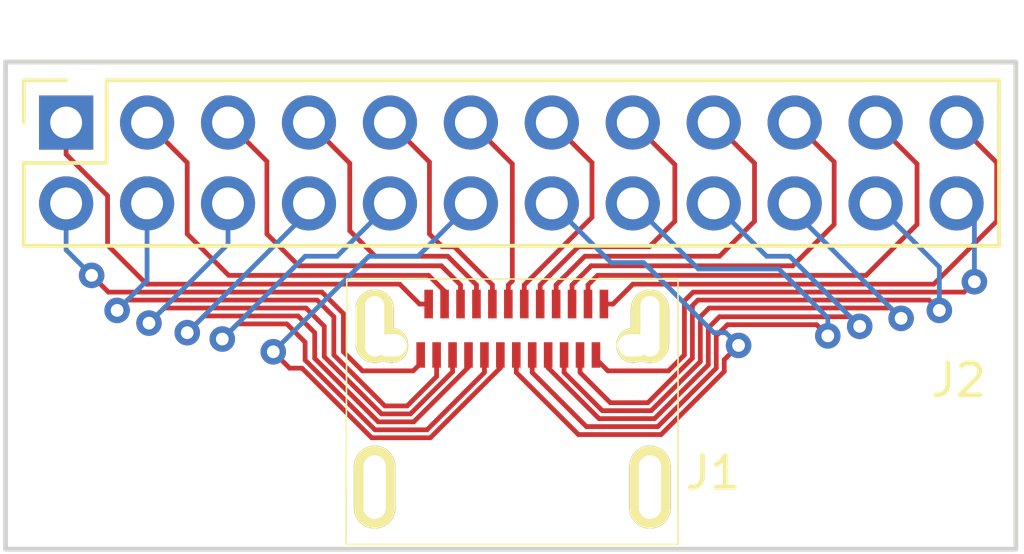
<source format=kicad_pcb>
(kicad_pcb (version 20171130) (host pcbnew "(5.0.0)")

  (general
    (thickness 1.6)
    (drawings 6)
    (tracks 216)
    (zones 0)
    (modules 2)
    (nets 25)
  )

  (page A4)
  (title_block
    (title "USB-C Adapter")
    (date 2018-09-23)
    (rev v01)
    (comment 2 creativecommons.org/licence/by/4.0)
    (comment 3 "License: CC BY 4.0")
    (comment 4 "Author: Cubimon")
  )

  (layers
    (0 F.Cu signal)
    (31 B.Cu signal)
    (32 B.Adhes user)
    (33 F.Adhes user)
    (34 B.Paste user)
    (35 F.Paste user)
    (36 B.SilkS user)
    (37 F.SilkS user)
    (38 B.Mask user)
    (39 F.Mask user)
    (40 Dwgs.User user)
    (41 Cmts.User user)
    (42 Eco1.User user)
    (43 Eco2.User user)
    (44 Edge.Cuts user)
    (45 Margin user)
    (46 B.CrtYd user)
    (47 F.CrtYd user)
    (48 B.Fab user)
    (49 F.Fab user)
  )

  (setup
    (last_trace_width 0.15)
    (trace_clearance 0.1)
    (zone_clearance 0.508)
    (zone_45_only no)
    (trace_min 0.1)
    (segment_width 0.2)
    (edge_width 0.15)
    (via_size 0.8)
    (via_drill 0.4)
    (via_min_size 0.4)
    (via_min_drill 0.3)
    (uvia_size 0.3)
    (uvia_drill 0.1)
    (uvias_allowed no)
    (uvia_min_size 0.2)
    (uvia_min_drill 0.1)
    (pcb_text_width 0.3)
    (pcb_text_size 1.5 1.5)
    (mod_edge_width 0.15)
    (mod_text_size 1 1)
    (mod_text_width 0.15)
    (pad_size 1.7 1.7)
    (pad_drill 1)
    (pad_to_mask_clearance 0.2)
    (aux_axis_origin 0 0)
    (visible_elements 7FFFFFFF)
    (pcbplotparams
      (layerselection 0x010fc_ffffffff)
      (usegerberextensions false)
      (usegerberattributes false)
      (usegerberadvancedattributes false)
      (creategerberjobfile false)
      (excludeedgelayer true)
      (linewidth 0.100000)
      (plotframeref false)
      (viasonmask false)
      (mode 1)
      (useauxorigin false)
      (hpglpennumber 1)
      (hpglpenspeed 20)
      (hpglpendiameter 15.000000)
      (psnegative false)
      (psa4output false)
      (plotreference true)
      (plotvalue true)
      (plotinvisibletext false)
      (padsonsilk false)
      (subtractmaskfromsilk false)
      (outputformat 1)
      (mirror false)
      (drillshape 0)
      (scaleselection 1)
      (outputdirectory "gerber/"))
  )

  (net 0 "")
  (net 1 /A12)
  (net 2 /A6)
  (net 3 /B6)
  (net 4 /B5)
  (net 5 /B4)
  (net 6 /B3)
  (net 7 /B2)
  (net 8 /B1)
  (net 9 /B7)
  (net 10 /B8)
  (net 11 /B9)
  (net 12 /B10)
  (net 13 /B11)
  (net 14 /B12)
  (net 15 /A7)
  (net 16 /A8)
  (net 17 /A9)
  (net 18 /A10)
  (net 19 /A11)
  (net 20 /A5)
  (net 21 /A4)
  (net 22 /A3)
  (net 23 /A2)
  (net 24 /A1)

  (net_class Default "This is the default net class."
    (clearance 0.1)
    (trace_width 0.15)
    (via_dia 0.8)
    (via_drill 0.4)
    (uvia_dia 0.3)
    (uvia_drill 0.1)
    (add_net /A1)
    (add_net /A10)
    (add_net /A11)
    (add_net /A12)
    (add_net /A2)
    (add_net /A3)
    (add_net /A4)
    (add_net /A5)
    (add_net /A6)
    (add_net /A7)
    (add_net /A8)
    (add_net /A9)
    (add_net /B1)
    (add_net /B10)
    (add_net /B11)
    (add_net /B12)
    (add_net /B2)
    (add_net /B3)
    (add_net /B4)
    (add_net /B5)
    (add_net /B6)
    (add_net /B7)
    (add_net /B8)
    (add_net /B9)
  )

  (module USB-C:JAE-DX07S024JJ2R1300 (layer F.Cu) (tedit 5BA14E0A) (tstamp 5BAD977E)
    (at 159.4 90.4)
    (path /5B9AC3C4)
    (fp_text reference J1 (at 9.9 2.6) (layer F.SilkS)
      (effects (font (size 1 1) (thickness 0.15)))
    )
    (fp_text value USB_C_Receptacle (at 13.1 4) (layer F.Fab)
      (effects (font (size 0.6 0.6) (thickness 0.15)))
    )
    (fp_line (start -1.59512 -3.4798) (end -1.61544 4.85) (layer F.SilkS) (width 0.05))
    (fp_line (start -1.6129 4.85) (end 8.7503 4.85) (layer F.SilkS) (width 0.05))
    (fp_line (start 8.8 4.85) (end 8.8 -3.4925) (layer F.SilkS) (width 0.05))
    (fp_line (start 8.8 -3.48488) (end -1.59512 -3.48488) (layer F.SilkS) (width 0.05))
    (pad "" thru_hole oval (at 7.395 -1.4 180) (size 1.05 1.1) (drill oval 0.95 0.7) (layers *.Cu *.Mask F.SilkS))
    (pad "" thru_hole oval (at 7.92 3.05 90) (size 2.6 1.3) (drill oval 2 0.7) (layers *.Cu *.Mask F.SilkS))
    (pad A12 smd rect (at 6.475 -2.7) (size 0.27 0.9) (layers F.Cu F.Paste F.Mask)
      (net 1 /A12))
    (pad A6 smd rect (at 3.475 -2.7) (size 0.27 0.9) (layers F.Cu F.Paste F.Mask)
      (net 2 /A6))
    (pad "" thru_hole oval (at 7.92 -2 90) (size 2.3 1.2) (drill oval 1.9 0.6) (layers *.Cu *.Mask F.SilkS))
    (pad "" thru_hole oval (at -0.72 3.05 90) (size 2.6 1.3) (drill oval 2 0.7) (layers *.Cu *.Mask F.SilkS))
    (pad B6 smd rect (at 3.725 -1.1) (size 0.27 0.8) (layers F.Cu F.Paste F.Mask)
      (net 3 /B6))
    (pad B5 smd rect (at 4.225 -1.1) (size 0.27 0.8) (layers F.Cu F.Paste F.Mask)
      (net 4 /B5))
    (pad B4 smd rect (at 4.725 -1.1) (size 0.27 0.8) (layers F.Cu F.Paste F.Mask)
      (net 5 /B4))
    (pad B3 smd rect (at 5.225 -1.1) (size 0.27 0.8) (layers F.Cu F.Paste F.Mask)
      (net 6 /B3))
    (pad B2 smd rect (at 5.725 -1.1) (size 0.27 0.8) (layers F.Cu F.Paste F.Mask)
      (net 7 /B2))
    (pad B1 smd rect (at 6.225 -1.1) (size 0.27 0.8) (layers F.Cu F.Paste F.Mask)
      (net 8 /B1))
    (pad B7 smd rect (at 3.225 -1.1) (size 0.27 0.8) (layers F.Cu F.Paste F.Mask)
      (net 9 /B7))
    (pad B8 smd rect (at 2.725 -1.1) (size 0.27 0.8) (layers F.Cu F.Paste F.Mask)
      (net 10 /B8))
    (pad B9 smd rect (at 2.225 -1.1) (size 0.27 0.8) (layers F.Cu F.Paste F.Mask)
      (net 11 /B9))
    (pad B10 smd rect (at 1.725 -1.1) (size 0.27 0.8) (layers F.Cu F.Paste F.Mask)
      (net 12 /B10))
    (pad B11 smd rect (at 1.225 -1.1) (size 0.27 0.8) (layers F.Cu F.Paste F.Mask)
      (net 13 /B11))
    (pad B12 smd rect (at 0.725 -1.1) (size 0.27 0.8) (layers F.Cu F.Paste F.Mask)
      (net 14 /B12))
    (pad A7 smd rect (at 3.975 -2.7) (size 0.27 0.9) (layers F.Cu F.Paste F.Mask)
      (net 15 /A7))
    (pad A8 smd rect (at 4.475 -2.7) (size 0.27 0.9) (layers F.Cu F.Paste F.Mask)
      (net 16 /A8))
    (pad A9 smd rect (at 4.975 -2.7) (size 0.27 0.9) (layers F.Cu F.Paste F.Mask)
      (net 17 /A9))
    (pad A10 smd rect (at 5.475 -2.7) (size 0.27 0.9) (layers F.Cu F.Paste F.Mask)
      (net 18 /A10))
    (pad A11 smd rect (at 5.975 -2.7) (size 0.27 0.9) (layers F.Cu F.Paste F.Mask)
      (net 19 /A11))
    (pad A5 smd rect (at 2.975 -2.7) (size 0.27 0.9) (layers F.Cu F.Paste F.Mask)
      (net 20 /A5))
    (pad A4 smd rect (at 2.475 -2.7) (size 0.27 0.9) (layers F.Cu F.Paste F.Mask)
      (net 21 /A4))
    (pad A3 smd rect (at 1.975 -2.7) (size 0.27 0.9) (layers F.Cu F.Paste F.Mask)
      (net 22 /A3))
    (pad A2 smd rect (at 1.475 -2.7) (size 0.27 0.9) (layers F.Cu F.Paste F.Mask)
      (net 23 /A2))
    (pad A1 smd rect (at 0.975 -2.7) (size 0.27 0.9) (layers F.Cu F.Paste F.Mask)
      (net 24 /A1))
    (pad "" np_thru_hole circle (at 0 0 180) (size 0.6 0.6) (drill 0.6) (layers *.Cu *.Mask F.SilkS))
    (pad "" thru_hole oval (at -0.72 -2 90) (size 2.3 1.2) (drill oval 1.9 0.6) (layers *.Cu *.Mask F.SilkS))
    (pad "" np_thru_hole oval (at 7.2 -0.065 180) (size 0.85 0.5) (drill oval 0.85 0.5) (layers *.Cu *.Mask F.SilkS))
    (pad "" thru_hole oval (at -0.195 -1.4 180) (size 1.05 1.1) (drill oval 0.95 0.7) (layers *.Cu *.Mask F.SilkS))
    (model CONNECTORS/K3D-DX07S024JJ2-V1_JAE_Proprietary.wrl
      (at (xyz 0 0 0))
      (scale (xyz 1 1 1))
      (rotate (xyz 0 0 0))
    )
  )

  (module Connector_PinSocket_2.54mm:PinSocket_2x12_P2.54mm_Vertical (layer F.Cu) (tedit 5A19A41B) (tstamp 5BA946AC)
    (at 149 82 90)
    (descr "Through hole straight socket strip, 2x12, 2.54mm pitch, double cols (from Kicad 4.0.7), script generated")
    (tags "Through hole socket strip THT 2x12 2.54mm double row")
    (path /5BA7A6AC)
    (fp_text reference J2 (at -8.1 28 180) (layer F.SilkS)
      (effects (font (size 1 1) (thickness 0.15)))
    )
    (fp_text value Conn_02x12_Odd_Even (at 3 16 180) (layer F.Fab)
      (effects (font (size 1 1) (thickness 0.15)))
    )
    (fp_line (start -3.81 -1.27) (end 0.27 -1.27) (layer F.Fab) (width 0.1))
    (fp_line (start 0.27 -1.27) (end 1.27 -0.27) (layer F.Fab) (width 0.1))
    (fp_line (start 1.27 -0.27) (end 1.27 29.21) (layer F.Fab) (width 0.1))
    (fp_line (start 1.27 29.21) (end -3.81 29.21) (layer F.Fab) (width 0.1))
    (fp_line (start -3.81 29.21) (end -3.81 -1.27) (layer F.Fab) (width 0.1))
    (fp_line (start -3.87 -1.33) (end -1.27 -1.33) (layer F.SilkS) (width 0.12))
    (fp_line (start -3.87 -1.33) (end -3.87 29.27) (layer F.SilkS) (width 0.12))
    (fp_line (start -3.87 29.27) (end 1.33 29.27) (layer F.SilkS) (width 0.12))
    (fp_line (start 1.33 1.27) (end 1.33 29.27) (layer F.SilkS) (width 0.12))
    (fp_line (start -1.27 1.27) (end 1.33 1.27) (layer F.SilkS) (width 0.12))
    (fp_line (start -1.27 -1.33) (end -1.27 1.27) (layer F.SilkS) (width 0.12))
    (fp_line (start 1.33 -1.33) (end 1.33 0) (layer F.SilkS) (width 0.12))
    (fp_line (start 0 -1.33) (end 1.33 -1.33) (layer F.SilkS) (width 0.12))
    (fp_line (start -4.34 -1.8) (end 1.76 -1.8) (layer F.CrtYd) (width 0.05))
    (fp_line (start 1.76 -1.8) (end 1.76 29.7) (layer F.CrtYd) (width 0.05))
    (fp_line (start 1.76 29.7) (end -4.34 29.7) (layer F.CrtYd) (width 0.05))
    (fp_line (start -4.34 29.7) (end -4.34 -1.8) (layer F.CrtYd) (width 0.05))
    (fp_text user %R (at -8.1 26.3 180) (layer F.Fab)
      (effects (font (size 1 1) (thickness 0.15)))
    )
    (pad 1 thru_hole rect (at 0 0 90) (size 1.7 1.7) (drill 1) (layers *.Cu *.Mask)
      (net 24 /A1))
    (pad 2 thru_hole oval (at -2.54 0 90) (size 1.7 1.7) (drill 1) (layers *.Cu *.Mask)
      (net 14 /B12))
    (pad 3 thru_hole oval (at 0 2.54 90) (size 1.7 1.7) (drill 1) (layers *.Cu *.Mask)
      (net 23 /A2))
    (pad 4 thru_hole oval (at -2.54 2.54 90) (size 1.7 1.7) (drill 1) (layers *.Cu *.Mask)
      (net 13 /B11))
    (pad 5 thru_hole oval (at 0 5.08 90) (size 1.7 1.7) (drill 1) (layers *.Cu *.Mask)
      (net 22 /A3))
    (pad 6 thru_hole oval (at -2.54 5.08 90) (size 1.7 1.7) (drill 1) (layers *.Cu *.Mask)
      (net 12 /B10))
    (pad 7 thru_hole oval (at 0 7.62 90) (size 1.7 1.7) (drill 1) (layers *.Cu *.Mask)
      (net 21 /A4))
    (pad 8 thru_hole oval (at -2.54 7.62 90) (size 1.7 1.7) (drill 1) (layers *.Cu *.Mask)
      (net 11 /B9))
    (pad 9 thru_hole oval (at 0 10.16 90) (size 1.7 1.7) (drill 1) (layers *.Cu *.Mask)
      (net 20 /A5))
    (pad 10 thru_hole oval (at -2.54 10.16 90) (size 1.7 1.7) (drill 1) (layers *.Cu *.Mask)
      (net 10 /B8))
    (pad 11 thru_hole oval (at 0 12.7 90) (size 1.7 1.7) (drill 1) (layers *.Cu *.Mask)
      (net 2 /A6))
    (pad 12 thru_hole oval (at -2.54 12.7 90) (size 1.7 1.7) (drill 1) (layers *.Cu *.Mask)
      (net 9 /B7))
    (pad 13 thru_hole oval (at 0 15.24 90) (size 1.7 1.7) (drill 1) (layers *.Cu *.Mask)
      (net 15 /A7))
    (pad 14 thru_hole oval (at -2.54 15.24 90) (size 1.7 1.7) (drill 1) (layers *.Cu *.Mask)
      (net 3 /B6))
    (pad 15 thru_hole oval (at 0 17.78 90) (size 1.7 1.7) (drill 1) (layers *.Cu *.Mask)
      (net 16 /A8))
    (pad 16 thru_hole oval (at -2.54 17.78 90) (size 1.7 1.7) (drill 1) (layers *.Cu *.Mask)
      (net 4 /B5))
    (pad 17 thru_hole oval (at 0 20.32 90) (size 1.7 1.7) (drill 1) (layers *.Cu *.Mask)
      (net 17 /A9))
    (pad 18 thru_hole oval (at -2.54 20.32 90) (size 1.7 1.7) (drill 1) (layers *.Cu *.Mask)
      (net 5 /B4))
    (pad 19 thru_hole oval (at 0 22.86 90) (size 1.7 1.7) (drill 1) (layers *.Cu *.Mask)
      (net 18 /A10))
    (pad 20 thru_hole oval (at -2.54 22.86 90) (size 1.7 1.7) (drill 1) (layers *.Cu *.Mask)
      (net 6 /B3))
    (pad 21 thru_hole oval (at 0 25.4 90) (size 1.7 1.7) (drill 1) (layers *.Cu *.Mask)
      (net 19 /A11))
    (pad 22 thru_hole oval (at -2.54 25.4 90) (size 1.7 1.7) (drill 1) (layers *.Cu *.Mask)
      (net 7 /B2))
    (pad 23 thru_hole oval (at 0 27.94 90) (size 1.7 1.7) (drill 1) (layers *.Cu *.Mask)
      (net 1 /A12))
    (pad 24 thru_hole oval (at -2.54 27.94 90) (size 1.7 1.7) (drill 1) (layers *.Cu *.Mask)
      (net 8 /B1))
    (model ${KISYS3DMOD}/Connector_PinSocket_2.54mm.3dshapes/PinSocket_2x12_P2.54mm_Vertical.wrl
      (at (xyz 0 0 0))
      (scale (xyz 1 1 1))
      (rotate (xyz 0 0 0))
    )
  )

  (gr_poly (pts (xy 147 80) (xy 179 80) (xy 179 95.5) (xy 147 95.5)) (layer B.Mask) (width 0.15))
  (gr_poly (pts (xy 147 80) (xy 179 80) (xy 179 95.5) (xy 147 95.5)) (layer F.Mask) (width 0.15))
  (gr_line (start 147.1 95.4) (end 178.8 95.4) (layer Edge.Cuts) (width 0.15))
  (gr_line (start 147.1 95.4) (end 147.1 80.1) (layer Edge.Cuts) (width 0.15))
  (gr_line (start 178.8 80.1) (end 178.8 95.4) (layer Edge.Cuts) (width 0.15))
  (gr_line (start 147.1 80.1) (end 178.8 80.1) (layer Edge.Cuts) (width 0.15))

  (segment (start 178.2 83.26) (end 176.94 82) (width 0.15) (layer F.Cu) (net 1))
  (segment (start 178.2 85.1) (end 178.2 83.26) (width 0.15) (layer F.Cu) (net 1))
  (segment (start 176.22501 87.07499) (end 178.2 85.1) (width 0.15) (layer F.Cu) (net 1))
  (segment (start 166.78501 87.07499) (end 176.22501 87.07499) (width 0.15) (layer F.Cu) (net 1))
  (segment (start 165.875 87.7) (end 166.16 87.7) (width 0.15) (layer F.Cu) (net 1))
  (segment (start 166.16 87.7) (end 166.78501 87.07499) (width 0.15) (layer F.Cu) (net 1))
  (segment (start 162.875 87.1) (end 163 86.975) (width 0.15) (layer F.Cu) (net 2))
  (segment (start 162.875 87.7) (end 162.875 87.1) (width 0.15) (layer F.Cu) (net 2))
  (segment (start 163 83.3) (end 161.7 82) (width 0.15) (layer F.Cu) (net 2))
  (segment (start 163 86.975) (end 163 83.3) (width 0.15) (layer F.Cu) (net 2))
  (segment (start 167.667794 91.80004) (end 169.65005 89.817785) (width 0.15) (layer F.Cu) (net 3))
  (segment (start 165.07504 91.80004) (end 167.667794 91.80004) (width 0.15) (layer F.Cu) (net 3))
  (segment (start 163.125 89.3) (end 163.125 89.85) (width 0.15) (layer F.Cu) (net 3))
  (segment (start 163.125 89.85) (end 165.07504 91.80004) (width 0.15) (layer F.Cu) (net 3))
  (via (at 170.1 89) (size 0.8) (drill 0.4) (layers F.Cu B.Cu) (net 3))
  (segment (start 169.65005 89.817785) (end 169.65005 89.44995) (width 0.15) (layer F.Cu) (net 3))
  (segment (start 169.65005 89.44995) (end 170.1 89) (width 0.15) (layer F.Cu) (net 3))
  (segment (start 169.322999 88.600001) (end 167.122998 86.4) (width 0.15) (layer B.Cu) (net 3))
  (segment (start 170.1 89) (end 169.700001 88.600001) (width 0.15) (layer B.Cu) (net 3))
  (segment (start 169.700001 88.600001) (end 169.322999 88.600001) (width 0.15) (layer B.Cu) (net 3))
  (segment (start 166.1 86.4) (end 164.24 84.54) (width 0.15) (layer B.Cu) (net 3))
  (segment (start 167.122998 86.4) (end 166.1 86.4) (width 0.15) (layer B.Cu) (net 3))
  (segment (start 167.564237 91.55003) (end 169.40004 89.714228) (width 0.15) (layer F.Cu) (net 4))
  (segment (start 165.32503 91.55003) (end 167.564237 91.55003) (width 0.15) (layer F.Cu) (net 4))
  (segment (start 163.625 89.3) (end 163.625 89.85) (width 0.15) (layer F.Cu) (net 4))
  (segment (start 163.625 89.85) (end 165.32503 91.55003) (width 0.15) (layer F.Cu) (net 4))
  (segment (start 169.40004 88.69996) (end 169.74999 88.35001) (width 0.15) (layer F.Cu) (net 4))
  (segment (start 169.40004 89.714228) (end 169.40004 88.69996) (width 0.15) (layer F.Cu) (net 4))
  (via (at 172.9 88.7) (size 0.8) (drill 0.4) (layers F.Cu B.Cu) (net 4))
  (segment (start 169.74999 88.35001) (end 172.55001 88.35001) (width 0.15) (layer F.Cu) (net 4))
  (segment (start 172.55001 88.35001) (end 172.9 88.7) (width 0.15) (layer F.Cu) (net 4))
  (segment (start 172.9 88.134315) (end 171.365685 86.6) (width 0.15) (layer B.Cu) (net 4))
  (segment (start 172.9 88.7) (end 172.9 88.134315) (width 0.15) (layer B.Cu) (net 4))
  (segment (start 168.84 86.6) (end 166.78 84.54) (width 0.15) (layer B.Cu) (net 4))
  (segment (start 171.365685 86.6) (end 168.84 86.6) (width 0.15) (layer B.Cu) (net 4))
  (segment (start 167.46068 91.30002) (end 169.15003 89.610671) (width 0.15) (layer F.Cu) (net 5))
  (segment (start 165.721453 91.30002) (end 167.46068 91.30002) (width 0.15) (layer F.Cu) (net 5))
  (segment (start 164.125 89.3) (end 164.125 89.703566) (width 0.15) (layer F.Cu) (net 5))
  (segment (start 164.125 89.703566) (end 165.721453 91.30002) (width 0.15) (layer F.Cu) (net 5))
  (segment (start 169.15003 88.44997) (end 169.5 88.1) (width 0.15) (layer F.Cu) (net 5))
  (segment (start 169.15003 89.610671) (end 169.15003 88.44997) (width 0.15) (layer F.Cu) (net 5))
  (via (at 173.9 88.40002) (size 0.8) (drill 0.4) (layers F.Cu B.Cu) (net 5))
  (segment (start 169.5 88.1) (end 173.59998 88.1) (width 0.15) (layer F.Cu) (net 5))
  (segment (start 173.59998 88.1) (end 173.9 88.40002) (width 0.15) (layer F.Cu) (net 5))
  (segment (start 173.9 88.40002) (end 171.69998 86.2) (width 0.15) (layer B.Cu) (net 5))
  (segment (start 170.98 86.2) (end 169.32 84.54) (width 0.15) (layer B.Cu) (net 5))
  (segment (start 171.69998 86.2) (end 170.98 86.2) (width 0.15) (layer B.Cu) (net 5))
  (segment (start 168.90002 89.507114) (end 168.90002 88.1) (width 0.15) (layer F.Cu) (net 6))
  (segment (start 167.357123 91.05001) (end 168.90002 89.507114) (width 0.15) (layer F.Cu) (net 6))
  (segment (start 165.82501 91.05001) (end 167.357123 91.05001) (width 0.15) (layer F.Cu) (net 6))
  (segment (start 164.625 89.3) (end 164.625 89.85) (width 0.15) (layer F.Cu) (net 6))
  (segment (start 164.625 89.85) (end 165.82501 91.05001) (width 0.15) (layer F.Cu) (net 6))
  (segment (start 168.90002 88.09998) (end 169.17498 87.82502) (width 0.15) (layer F.Cu) (net 6))
  (segment (start 168.90002 88.1) (end 168.90002 88.09998) (width 0.15) (layer F.Cu) (net 6))
  (via (at 175.2 88.15001) (size 0.8) (drill 0.4) (layers F.Cu B.Cu) (net 6))
  (segment (start 169.17498 87.82502) (end 174.87501 87.82502) (width 0.15) (layer F.Cu) (net 6))
  (segment (start 174.87501 87.82502) (end 175.2 88.15001) (width 0.15) (layer F.Cu) (net 6))
  (segment (start 171.86 84.81001) (end 171.86 84.54) (width 0.15) (layer B.Cu) (net 6))
  (segment (start 175.2 88.15001) (end 171.86 84.81001) (width 0.15) (layer B.Cu) (net 6))
  (segment (start 165.125 89.85) (end 166.075 90.8) (width 0.15) (layer F.Cu) (net 7))
  (segment (start 165.125 89.3) (end 165.125 89.85) (width 0.15) (layer F.Cu) (net 7))
  (segment (start 167.253566 90.8) (end 168.65001 89.403557) (width 0.15) (layer F.Cu) (net 7))
  (segment (start 166.075 90.8) (end 167.253566 90.8) (width 0.15) (layer F.Cu) (net 7))
  (segment (start 168.65001 89.403557) (end 168.65001 88.4) (width 0.15) (layer F.Cu) (net 7))
  (segment (start 168.65001 88.4) (end 168.65001 88.1) (width 0.15) (layer F.Cu) (net 7))
  (segment (start 168.65001 88.1) (end 168.65001 88) (width 0.15) (layer F.Cu) (net 7))
  (segment (start 168.65001 88) (end 168.65001 87.8) (width 0.15) (layer F.Cu) (net 7))
  (segment (start 168.65001 87.74999) (end 168.82499 87.57501) (width 0.15) (layer F.Cu) (net 7))
  (segment (start 168.65001 87.8) (end 168.65001 87.74999) (width 0.15) (layer F.Cu) (net 7))
  (via (at 176.4 87.9) (size 0.8) (drill 0.4) (layers F.Cu B.Cu) (net 7))
  (segment (start 168.82499 87.57501) (end 176.07501 87.57501) (width 0.15) (layer F.Cu) (net 7))
  (segment (start 176.07501 87.57501) (end 176.4 87.9) (width 0.15) (layer F.Cu) (net 7))
  (segment (start 176.4 86.54) (end 174.4 84.54) (width 0.15) (layer B.Cu) (net 7))
  (segment (start 176.4 87.9) (end 176.4 86.54) (width 0.15) (layer B.Cu) (net 7))
  (segment (start 165.625 89.3) (end 165.625 89.425) (width 0.15) (layer F.Cu) (net 8))
  (segment (start 165.625 89.425) (end 166 89.8) (width 0.15) (layer F.Cu) (net 8))
  (segment (start 166 89.8) (end 167.9 89.8) (width 0.15) (layer F.Cu) (net 8))
  (segment (start 167.9 89.8) (end 168.4 89.3) (width 0.15) (layer F.Cu) (net 8))
  (segment (start 168.4 89.3) (end 168.4 88) (width 0.15) (layer F.Cu) (net 8))
  (segment (start 168.4 87.6) (end 168.675 87.325) (width 0.15) (layer F.Cu) (net 8))
  (segment (start 168.4 88) (end 168.4 87.6) (width 0.15) (layer F.Cu) (net 8))
  (via (at 177.5 87) (size 0.8) (drill 0.4) (layers F.Cu B.Cu) (net 8))
  (segment (start 168.675 87.325) (end 177.175 87.325) (width 0.15) (layer F.Cu) (net 8))
  (segment (start 177.175 87.325) (end 177.5 87) (width 0.15) (layer F.Cu) (net 8))
  (segment (start 177.5 85.1) (end 176.94 84.54) (width 0.15) (layer B.Cu) (net 8))
  (segment (start 177.5 87) (end 177.5 85.1) (width 0.15) (layer B.Cu) (net 8))
  (segment (start 158.585772 91.90004) (end 156.4 89.714268) (width 0.15) (layer F.Cu) (net 9))
  (segment (start 160.428527 91.90004) (end 158.585772 91.90004) (width 0.15) (layer F.Cu) (net 9))
  (segment (start 162.625 89.3) (end 162.625 89.703567) (width 0.15) (layer F.Cu) (net 9))
  (segment (start 162.625 89.703567) (end 160.428527 91.90004) (width 0.15) (layer F.Cu) (net 9))
  (via (at 155.5 89.2) (size 0.8) (drill 0.4) (layers F.Cu B.Cu) (net 9))
  (segment (start 156.4 89.714268) (end 156.014268 89.714268) (width 0.15) (layer F.Cu) (net 9))
  (segment (start 156.014268 89.714268) (end 155.5 89.2) (width 0.15) (layer F.Cu) (net 9))
  (segment (start 155.5 89.2) (end 158.5 86.2) (width 0.15) (layer B.Cu) (net 9))
  (segment (start 160.04 86.2) (end 161.7 84.54) (width 0.15) (layer B.Cu) (net 9))
  (segment (start 158.5 86.2) (end 160.04 86.2) (width 0.15) (layer B.Cu) (net 9))
  (segment (start 160.32497 91.65003) (end 158.689329 91.65003) (width 0.15) (layer F.Cu) (net 10))
  (segment (start 162.125 89.3) (end 162.125 89.85) (width 0.15) (layer F.Cu) (net 10))
  (segment (start 162.125 89.85) (end 160.32497 91.65003) (width 0.15) (layer F.Cu) (net 10))
  (segment (start 158.689329 91.65003) (end 156.5 89.460701) (width 0.15) (layer F.Cu) (net 10))
  (segment (start 156.5 88.9) (end 155.92504 88.32504) (width 0.15) (layer F.Cu) (net 10))
  (segment (start 156.5 89.460701) (end 156.5 88.9) (width 0.15) (layer F.Cu) (net 10))
  (via (at 153.9 88.8) (size 0.8) (drill 0.4) (layers F.Cu B.Cu) (net 10))
  (segment (start 155.92504 88.32504) (end 154.37496 88.32504) (width 0.15) (layer F.Cu) (net 10))
  (segment (start 154.37496 88.32504) (end 153.9 88.8) (width 0.15) (layer F.Cu) (net 10))
  (segment (start 153.9 88.8) (end 156.5 86.2) (width 0.15) (layer B.Cu) (net 10))
  (segment (start 157.5 86.2) (end 159.16 84.54) (width 0.15) (layer B.Cu) (net 10))
  (segment (start 156.5 86.2) (end 157.5 86.2) (width 0.15) (layer B.Cu) (net 10))
  (segment (start 158.792886 91.40002) (end 158.6 91.207134) (width 0.15) (layer F.Cu) (net 11))
  (segment (start 159.907114 91.40002) (end 158.792886 91.40002) (width 0.15) (layer F.Cu) (net 11))
  (segment (start 161.625 89.3) (end 161.625 89.682133) (width 0.15) (layer F.Cu) (net 11))
  (segment (start 161.625 89.682133) (end 159.907114 91.40002) (width 0.15) (layer F.Cu) (net 11))
  (segment (start 158.6 91.207134) (end 156.8 89.407134) (width 0.15) (layer F.Cu) (net 11))
  (segment (start 156.8 88.6) (end 156.27503 88.07503) (width 0.15) (layer F.Cu) (net 11))
  (segment (start 156.8 89.407134) (end 156.8 88.6) (width 0.15) (layer F.Cu) (net 11))
  (via (at 152.8 88.6) (size 0.8) (drill 0.4) (layers F.Cu B.Cu) (net 11))
  (segment (start 156.27503 88.07503) (end 153.32497 88.07503) (width 0.15) (layer F.Cu) (net 11))
  (segment (start 153.32497 88.07503) (end 152.8 88.6) (width 0.15) (layer F.Cu) (net 11))
  (segment (start 156.62 84.78) (end 156.62 84.54) (width 0.15) (layer B.Cu) (net 11))
  (segment (start 152.8 88.6) (end 156.62 84.78) (width 0.15) (layer B.Cu) (net 11))
  (segment (start 158.896443 91.15001) (end 157.3 89.553567) (width 0.15) (layer F.Cu) (net 12))
  (segment (start 159.803557 91.15001) (end 158.896443 91.15001) (width 0.15) (layer F.Cu) (net 12))
  (segment (start 161.125 89.3) (end 161.125 89.828567) (width 0.15) (layer F.Cu) (net 12))
  (segment (start 161.125 89.828567) (end 159.803557 91.15001) (width 0.15) (layer F.Cu) (net 12))
  (segment (start 157.3 89.553567) (end 157.1 89.353567) (width 0.15) (layer F.Cu) (net 12))
  (segment (start 157.1 88.4) (end 156.52502 87.82502) (width 0.15) (layer F.Cu) (net 12))
  (segment (start 157.1 89.353567) (end 157.1 88.4) (width 0.15) (layer F.Cu) (net 12))
  (via (at 151.6 88.3) (size 0.8) (drill 0.4) (layers F.Cu B.Cu) (net 12))
  (segment (start 156.52502 87.82502) (end 152.07498 87.82502) (width 0.15) (layer F.Cu) (net 12))
  (segment (start 152.07498 87.82502) (end 151.6 88.3) (width 0.15) (layer F.Cu) (net 12))
  (segment (start 154.08 85.82) (end 154.08 84.54) (width 0.15) (layer B.Cu) (net 12))
  (segment (start 151.6 88.3) (end 154.08 85.82) (width 0.15) (layer B.Cu) (net 12))
  (segment (start 160.625 89.3) (end 160.625 89.975) (width 0.15) (layer F.Cu) (net 13))
  (segment (start 160.625 89.975) (end 159.7 90.9) (width 0.15) (layer F.Cu) (net 13))
  (segment (start 159.7 90.9) (end 159.1 90.9) (width 0.15) (layer F.Cu) (net 13))
  (segment (start 159.1 90.9) (end 159 90.9) (width 0.15) (layer F.Cu) (net 13))
  (segment (start 159 90.9) (end 157.4 89.3) (width 0.15) (layer F.Cu) (net 13))
  (segment (start 157.4 88.1) (end 156.87501 87.57501) (width 0.15) (layer F.Cu) (net 13))
  (segment (start 157.4 89.3) (end 157.4 88.1) (width 0.15) (layer F.Cu) (net 13))
  (via (at 150.6 87.9) (size 0.8) (drill 0.4) (layers F.Cu B.Cu) (net 13))
  (segment (start 156.87501 87.57501) (end 150.92499 87.57501) (width 0.15) (layer F.Cu) (net 13))
  (segment (start 150.92499 87.57501) (end 150.6 87.9) (width 0.15) (layer F.Cu) (net 13))
  (segment (start 151.54 86.96) (end 151.54 84.54) (width 0.15) (layer B.Cu) (net 13))
  (segment (start 150.6 87.9) (end 151.54 86.96) (width 0.15) (layer B.Cu) (net 13))
  (segment (start 160.125 89.565) (end 159.89 89.8) (width 0.15) (layer F.Cu) (net 14))
  (segment (start 160.125 89.3) (end 160.125 89.565) (width 0.15) (layer F.Cu) (net 14))
  (segment (start 159.89 89.8) (end 158.433971 89.8) (width 0.15) (layer F.Cu) (net 14))
  (segment (start 158.433971 89.8) (end 158.3 89.8) (width 0.15) (layer F.Cu) (net 14))
  (segment (start 158.3 89.8) (end 157.7 89.2) (width 0.15) (layer F.Cu) (net 14))
  (segment (start 157.7 88) (end 157.025 87.325) (width 0.15) (layer F.Cu) (net 14))
  (segment (start 157.7 89.2) (end 157.7 88) (width 0.15) (layer F.Cu) (net 14))
  (segment (start 157.025 87.325) (end 151.5 87.325) (width 0.15) (layer F.Cu) (net 14))
  (via (at 149.8 86.8) (size 0.8) (drill 0.4) (layers F.Cu B.Cu) (net 14))
  (segment (start 151.5 87.325) (end 150.325 87.325) (width 0.15) (layer F.Cu) (net 14))
  (segment (start 150.325 87.325) (end 149.8 86.8) (width 0.15) (layer F.Cu) (net 14))
  (segment (start 149 86) (end 149 84.54) (width 0.15) (layer B.Cu) (net 14))
  (segment (start 149.8 86.8) (end 149 86) (width 0.15) (layer B.Cu) (net 14))
  (segment (start 163.375 87.1) (end 165.5 84.975) (width 0.15) (layer F.Cu) (net 15))
  (segment (start 163.375 87.7) (end 163.375 87.1) (width 0.15) (layer F.Cu) (net 15))
  (segment (start 165.5 83.26) (end 164.24 82) (width 0.15) (layer F.Cu) (net 15))
  (segment (start 165.5 84.975) (end 165.5 83.26) (width 0.15) (layer F.Cu) (net 15))
  (segment (start 168.1 83.32) (end 166.78 82) (width 0.15) (layer F.Cu) (net 16))
  (segment (start 168.1 85.1) (end 168.1 83.32) (width 0.15) (layer F.Cu) (net 16))
  (segment (start 167.3 85.9) (end 168.1 85.1) (width 0.15) (layer F.Cu) (net 16))
  (segment (start 165.075 85.9) (end 167.3 85.9) (width 0.15) (layer F.Cu) (net 16))
  (segment (start 163.875 87.7) (end 163.875 87.1) (width 0.15) (layer F.Cu) (net 16))
  (segment (start 163.875 87.1) (end 165.075 85.9) (width 0.15) (layer F.Cu) (net 16))
  (segment (start 164.375 87.1) (end 165.275 86.2) (width 0.15) (layer F.Cu) (net 17))
  (segment (start 164.375 87.7) (end 164.375 87.1) (width 0.15) (layer F.Cu) (net 17))
  (segment (start 165.275 86.2) (end 169.5 86.2) (width 0.15) (layer F.Cu) (net 17))
  (segment (start 169.5 86.2) (end 170.6 85.1) (width 0.15) (layer F.Cu) (net 17))
  (segment (start 170.6 83.28) (end 169.32 82) (width 0.15) (layer F.Cu) (net 17))
  (segment (start 170.6 85.1) (end 170.6 83.28) (width 0.15) (layer F.Cu) (net 17))
  (segment (start 164.875 87.1) (end 165.475 86.5) (width 0.15) (layer F.Cu) (net 18))
  (segment (start 164.875 87.7) (end 164.875 87.1) (width 0.15) (layer F.Cu) (net 18))
  (segment (start 165.475 86.5) (end 171.8 86.5) (width 0.15) (layer F.Cu) (net 18))
  (segment (start 171.8 86.5) (end 173.1 85.2) (width 0.15) (layer F.Cu) (net 18))
  (segment (start 173.1 83.24) (end 171.86 82) (width 0.15) (layer F.Cu) (net 18))
  (segment (start 173.1 85.2) (end 173.1 83.24) (width 0.15) (layer F.Cu) (net 18))
  (segment (start 165.375 87.1) (end 165.675 86.8) (width 0.15) (layer F.Cu) (net 19))
  (segment (start 165.375 87.7) (end 165.375 87.1) (width 0.15) (layer F.Cu) (net 19))
  (segment (start 165.675 86.8) (end 174.1 86.8) (width 0.15) (layer F.Cu) (net 19))
  (segment (start 174.1 86.8) (end 175.7 85.2) (width 0.15) (layer F.Cu) (net 19))
  (segment (start 175.7 83.3) (end 174.4 82) (width 0.15) (layer F.Cu) (net 19))
  (segment (start 175.7 85.2) (end 175.7 83.3) (width 0.15) (layer F.Cu) (net 19))
  (segment (start 162.375 87.1) (end 161.175 85.9) (width 0.15) (layer F.Cu) (net 20))
  (segment (start 162.375 87.7) (end 162.375 87.1) (width 0.15) (layer F.Cu) (net 20))
  (segment (start 161.175 85.9) (end 160.8 85.9) (width 0.15) (layer F.Cu) (net 20))
  (segment (start 160.8 85.9) (end 160.4 85.5) (width 0.15) (layer F.Cu) (net 20))
  (segment (start 160.4 83.24) (end 159.16 82) (width 0.15) (layer F.Cu) (net 20))
  (segment (start 160.4 85.5) (end 160.4 83.24) (width 0.15) (layer F.Cu) (net 20))
  (segment (start 161.875 87.1) (end 160.975 86.2) (width 0.15) (layer F.Cu) (net 21))
  (segment (start 161.875 87.7) (end 161.875 87.1) (width 0.15) (layer F.Cu) (net 21))
  (segment (start 160.975 86.2) (end 158.7 86.2) (width 0.15) (layer F.Cu) (net 21))
  (segment (start 158.7 86.2) (end 157.9 85.4) (width 0.15) (layer F.Cu) (net 21))
  (segment (start 157.9 83.28) (end 156.62 82) (width 0.15) (layer F.Cu) (net 21))
  (segment (start 157.9 85.4) (end 157.9 83.28) (width 0.15) (layer F.Cu) (net 21))
  (segment (start 161.375 87.1) (end 160.775 86.5) (width 0.15) (layer F.Cu) (net 22))
  (segment (start 161.375 87.7) (end 161.375 87.1) (width 0.15) (layer F.Cu) (net 22))
  (segment (start 160.775 86.5) (end 156.3 86.5) (width 0.15) (layer F.Cu) (net 22))
  (segment (start 156.3 86.5) (end 155.3 85.5) (width 0.15) (layer F.Cu) (net 22))
  (segment (start 155.3 83.22) (end 154.08 82) (width 0.15) (layer F.Cu) (net 22))
  (segment (start 155.3 85.5) (end 155.3 83.22) (width 0.15) (layer F.Cu) (net 22))
  (segment (start 160.875 87.299998) (end 160.375002 86.8) (width 0.15) (layer F.Cu) (net 23))
  (segment (start 160.875 87.7) (end 160.875 87.299998) (width 0.15) (layer F.Cu) (net 23))
  (segment (start 160.375002 86.8) (end 154.1 86.8) (width 0.15) (layer F.Cu) (net 23))
  (segment (start 154.1 86.8) (end 152.8 85.5) (width 0.15) (layer F.Cu) (net 23))
  (segment (start 152.8 83.26) (end 151.54 82) (width 0.15) (layer F.Cu) (net 23))
  (segment (start 152.8 85.5) (end 152.8 83.26) (width 0.15) (layer F.Cu) (net 23))
  (segment (start 159.46499 87.07499) (end 151.52501 87.07499) (width 0.15) (layer F.Cu) (net 24))
  (segment (start 160.375 87.7) (end 160.09 87.7) (width 0.15) (layer F.Cu) (net 24))
  (segment (start 160.09 87.7) (end 159.46499 87.07499) (width 0.15) (layer F.Cu) (net 24))
  (segment (start 151.52501 87.07499) (end 150.3 85.84998) (width 0.15) (layer F.Cu) (net 24))
  (segment (start 149 83) (end 149 82) (width 0.15) (layer F.Cu) (net 24))
  (segment (start 150.3 84.3) (end 149 83) (width 0.15) (layer F.Cu) (net 24))
  (segment (start 150.3 85.84998) (end 150.3 84.3) (width 0.15) (layer F.Cu) (net 24))

)

</source>
